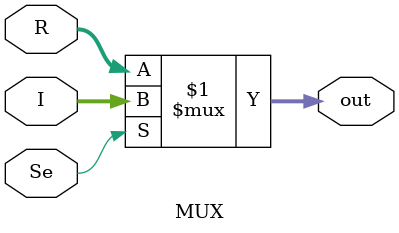
<source format=v>
`timescale 1ns / 1ps


module MUX(
    input [31:0] R, I,
    input Se,
    output [31:0] out
    );
    
    assign out = (Se) ? I : R;
endmodule

</source>
